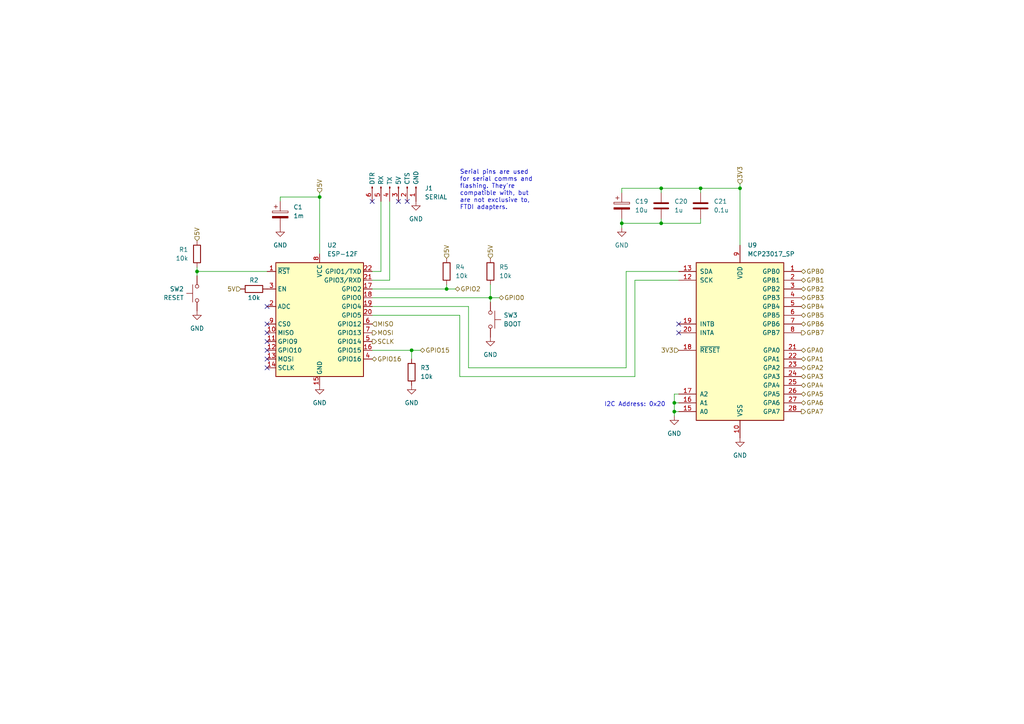
<source format=kicad_sch>
(kicad_sch (version 20230121) (generator eeschema)
  (paper "A4")
  (title_block (title "B1") (date "2024-02-15") (rev "1") (company "shawnd.xyz") (comment 2 "and support more peripherals without conflict.") (comment 3 "Wi-Fi networking. It's connected to an MCP23017 in order to expand the GPIO of the MCU") (comment 4 "The ESP-12F has an ESP8266 microprocessor and onboard antenna, and handles all"))
  (lib_symbols
    (symbol "Connector:Conn_01x06_Pin" (pin_names (offset 1.016))
      (property "Reference" "J1" (at 0 -10.16 90))
      (property "Value" "Conn_01x06_Pin" (at 2.54 -10.16 90))
      (symbol "Conn_01x06_Pin_1_1"
        (polyline (pts (xy 1.27 -7.62) (xy 0.8636 -7.62)) (stroke (width 0.1524)))
        (polyline (pts (xy 1.27 -5.08) (xy 0.8636 -5.08)) (stroke (width 0.1524)))
        (polyline (pts (xy 1.27 -2.54) (xy 0.8636 -2.54)) (stroke (width 0.1524)))
        (polyline (pts (xy 1.27 0) (xy 0.8636 0)) (stroke (width 0.1524)))
        (polyline (pts (xy 1.27 2.54) (xy 0.8636 2.54)) (stroke (width 0.1524)))
        (polyline (pts (xy 1.27 5.08) (xy 0.8636 5.08)) (stroke (width 0.1524)))
        (rectangle (start 1.27 -7.493) (end 0.8636 -7.747) (stroke (width 0.1524)) (fill (type outline)))
        (rectangle (start 1.27 -4.953) (end 0.8636 -5.207) (stroke (width 0.1524)) (fill (type outline)))
        (rectangle (start 1.27 -2.413) (end 0.8636 -2.667) (stroke (width 0.1524)) (fill (type outline)))
        (rectangle (start 1.27 0.127) (end 0.8636 -0.127) (stroke (width 0.1524)) (fill (type outline)))
        (rectangle (start 1.27 2.667) (end 0.8636 2.413) (stroke (width 0.1524)) (fill (type outline)))
        (rectangle (start 1.27 5.207) (end 0.8636 4.953) (stroke (width 0.1524)) (fill (type outline)))
        (pin passive line (at 5.08 5.08 180) (length 3.81) (name "GND") (number "1"))
        (pin passive line (at 5.08 2.54 180) (length 3.81) (name "CTS") (number "2"))
        (pin passive line (at 5.08 0 180) (length 3.81) (name "5V") (number "3"))
        (pin passive line (at 5.08 -2.54 180) (length 3.81) (name "TX") (number "4"))
        (pin passive line (at 5.08 -5.08 180) (length 3.81) (name "RX") (number "5"))
        (pin passive line (at 5.08 -7.62 180) (length 3.81) (name "DTR") (number "6"))
      )
    )
    (symbol "Device:C" (pin_numbers hide) (pin_names (offset 0.254))
      (property "Reference" "C" (at 0.635 2.54 0))
      (property "Value" "C" (at 0.635 -2.54 0))
      (symbol "C_0_1"
        (polyline (pts (xy -2.032 -0.762) (xy 2.032 -0.762)) (stroke (width 0.508)))
        (polyline (pts (xy -2.032 0.762) (xy 2.032 0.762)) (stroke (width 0.508)))
      )
      (symbol "C_1_1"
        (pin passive line (at 0 3.81 270) (length 2.794) (name "~") (number "1"))
        (pin passive line (at 0 -3.81 90) (length 2.794) (name "~") (number "2"))
      )
    )
    (symbol "Device:C_Polarized" (pin_numbers hide) (pin_names (offset 0.254))
      (property "Reference" "C" (at 0.635 2.54 0))
      (property "Value" "C_Polarized" (at 0.635 -2.54 0))
      (symbol "C_Polarized_0_1"
        (rectangle (start -2.286 0.508) (end 2.286 1.016))
        (polyline (pts (xy -1.778 2.286) (xy -0.762 2.286)))
        (polyline (pts (xy -1.27 2.794) (xy -1.27 1.778)))
        (rectangle (start 2.286 -0.508) (end -2.286 -1.016) (fill (type outline)))
      )
      (symbol "C_Polarized_1_1"
        (pin passive line (at 0 3.81 270) (length 2.794) (name "~") (number "1"))
        (pin passive line (at 0 -3.81 90) (length 2.794) (name "~") (number "2"))
      )
    )
    (symbol "Device:R" (pin_numbers hide) (pin_names (offset 0))
      (property "Reference" "R" (at 2.032 0 90))
      (property "Value" "R" (at 0 0 90))
      (symbol "R_0_1"
        (rectangle (start -1.016 -2.54) (end 1.016 2.54) (stroke (width 0.254)))
      )
      (symbol "R_1_1"
        (pin passive line (at 0 3.81 270) (length 1.27) (name "~") (number "1"))
        (pin passive line (at 0 -3.81 90) (length 1.27) (name "~") (number "2"))
      )
    )
    (symbol "Interface_Expansion:MCP23017_SP" (pin_names (offset 1.016))
      (property "Reference" "U" (at -11.43 24.13 0))
      (property "Value" "MCP23017_SP" (at 0 0 0))
      (symbol "MCP23017_SP_0_1"
        (rectangle (start -12.7 22.86) (end 12.7 -22.86) (stroke (width 0.254)) (fill (type background)))
      )
      (symbol "MCP23017_SP_1_1"
        (pin bidirectional line (at 17.78 20.32 180) (length 5.08) (name "GPB0") (number "1"))
        (pin power_in line (at 0 -27.94 90) (length 5.08) (name "VSS") (number "10"))
        (pin no_connect line (at -12.7 15.24 0) (length 5.08) hide (name "NC") (number "11"))
        (pin input line (at -17.78 17.78 0) (length 5.08) (name "SCK") (number "12"))
        (pin bidirectional line (at -17.78 20.32 0) (length 5.08) (name "SDA") (number "13"))
        (pin no_connect line (at -12.7 12.7 0) (length 5.08) hide (name "NC") (number "14"))
        (pin input line (at -17.78 -20.32 0) (length 5.08) (name "A0") (number "15"))
        (pin input line (at -17.78 -17.78 0) (length 5.08) (name "A1") (number "16"))
        (pin input line (at -17.78 -15.24 0) (length 5.08) (name "A2") (number "17"))
        (pin input line (at -17.78 -2.54 0) (length 5.08) (name "~{RESET}") (number "18"))
        (pin tri_state line (at -17.78 5.08 0) (length 5.08) (name "INTB") (number "19"))
        (pin bidirectional line (at 17.78 17.78 180) (length 5.08) (name "GPB1") (number "2"))
        (pin tri_state line (at -17.78 2.54 0) (length 5.08) (name "INTA") (number "20"))
        (pin bidirectional line (at 17.78 -2.54 180) (length 5.08) (name "GPA0") (number "21"))
        (pin bidirectional line (at 17.78 -5.08 180) (length 5.08) (name "GPA1") (number "22"))
        (pin bidirectional line (at 17.78 -7.62 180) (length 5.08) (name "GPA2") (number "23"))
        (pin bidirectional line (at 17.78 -10.16 180) (length 5.08) (name "GPA3") (number "24"))
        (pin bidirectional line (at 17.78 -12.7 180) (length 5.08) (name "GPA4") (number "25"))
        (pin bidirectional line (at 17.78 -15.24 180) (length 5.08) (name "GPA5") (number "26"))
        (pin bidirectional line (at 17.78 -17.78 180) (length 5.08) (name "GPA6") (number "27"))
        (pin bidirectional line (at 17.78 -20.32 180) (length 5.08) (name "GPA7") (number "28"))
        (pin bidirectional line (at 17.78 15.24 180) (length 5.08) (name "GPB2") (number "3"))
        (pin bidirectional line (at 17.78 12.7 180) (length 5.08) (name "GPB3") (number "4"))
        (pin bidirectional line (at 17.78 10.16 180) (length 5.08) (name "GPB4") (number "5"))
        (pin bidirectional line (at 17.78 7.62 180) (length 5.08) (name "GPB5") (number "6"))
        (pin bidirectional line (at 17.78 5.08 180) (length 5.08) (name "GPB6") (number "7"))
        (pin bidirectional line (at 17.78 2.54 180) (length 5.08) (name "GPB7") (number "8"))
        (pin power_in line (at 0 27.94 270) (length 5.08) (name "VDD") (number "9"))
      )
    )
    (symbol "RF_Module:ESP-12F"
      (property "Reference" "U6" (at 2.1941 22.86 0))
      (property "Value" "ESP-12F" (at 2.1941 20.32 0))
      (symbol "ESP-12F_0_1"
        (rectangle (start -12.7 17.78) (end 12.7 -15.24) (stroke (width 0.254)) (fill (type background)))
      )
      (symbol "ESP-12F_1_1"
        (pin input line (at -15.24 15.24 0) (length 2.54) (name "~{RST}") (number "1"))
        (pin bidirectional line (at -15.24 -2.54 0) (length 2.54) (name "MISO") (number "10"))
        (pin bidirectional line (at -15.24 -5.08 0) (length 2.54) (name "GPIO9") (number "11"))
        (pin bidirectional line (at -15.24 -7.62 0) (length 2.54) (name "GPIO10") (number "12"))
        (pin bidirectional line (at -15.24 -10.16 0) (length 2.54) (name "MOSI") (number "13"))
        (pin bidirectional line (at -15.24 -12.7 0) (length 2.54) (name "SCLK") (number "14"))
        (pin power_in line (at 0 -17.78 90) (length 2.54) (name "GND") (number "15"))
        (pin bidirectional line (at 15.24 -7.62 180) (length 2.54) (name "GPIO15") (number "16"))
        (pin bidirectional line (at 15.24 10.16 180) (length 2.54) (name "GPIO2") (number "17"))
        (pin bidirectional line (at 15.24 7.62 180) (length 2.54) (name "GPIO0") (number "18"))
        (pin bidirectional line (at 15.24 5.08 180) (length 2.54) (name "GPIO4") (number "19"))
        (pin input line (at -15.24 5.08 0) (length 2.54) (name "ADC") (number "2"))
        (pin bidirectional line (at 15.24 2.54 180) (length 2.54) (name "GPIO5") (number "20"))
        (pin bidirectional line (at 15.24 12.7 180) (length 2.54) (name "GPIO3/RXD") (number "21"))
        (pin bidirectional line (at 15.24 15.24 180) (length 2.54) (name "GPIO1/TXD") (number "22"))
        (pin input line (at -15.24 10.16 0) (length 2.54) (name "EN") (number "3"))
        (pin bidirectional line (at 15.24 -10.16 180) (length 2.54) (name "GPIO16") (number "4"))
        (pin bidirectional line (at 15.24 -5.08 180) (length 2.54) (name "GPIO14") (number "5"))
        (pin bidirectional line (at 15.24 0 180) (length 2.54) (name "GPIO12") (number "6"))
        (pin bidirectional line (at 15.24 -2.54 180) (length 2.54) (name "GPIO13") (number "7"))
        (pin power_in line (at 0 20.32 270) (length 2.54) (name "VCC") (number "8"))
        (pin input line (at -15.24 0 0) (length 2.54) (name "CS0") (number "9"))
      )
    )
    (symbol "Switch:SW_Push" (pin_numbers hide) (pin_names (offset 1.016) hide)
      (property "Reference" "SW" (at 1.27 2.54 0))
      (property "Value" "SW_Push" (at 0 -1.524 0))
      (symbol "SW_Push_0_1"
        (circle (center -2.032 0) (radius 0.508))
        (polyline (pts (xy 0 1.27) (xy 0 3.048)))
        (polyline (pts (xy 2.54 1.27) (xy -2.54 1.27)))
        (circle (center 2.032 0) (radius 0.508))
        (pin passive line (at -5.08 0 0) (length 2.54) (name "1") (number "1"))
        (pin passive line (at 5.08 0 180) (length 2.54) (name "2") (number "2"))
      )
    )
    (symbol "power:GND" (power) (pin_names (offset 0))
      (property "Value" "GND" (at 0 -3.81 0))
      (symbol "GND_0_1"
        (polyline (pts (xy 0 0) (xy 0 -1.27) (xy 1.27 -1.27) (xy 0 -2.54) (xy -1.27 -1.27) (xy 0 -1.27)))
      )
      (symbol "GND_1_1"
        (pin power_in line (at 0 0 270) (length 0) hide (name "GND") (number "1"))
      )
    )
  )
  (junction (at 191.77 64.77))
  (junction (at 191.77 54.61))
  (junction (at 119.38 101.6))
  (junction (at 195.58 116.84))
  (junction (at 129.54 83.82))
  (junction (at 142.24 86.36))
  (junction (at 180.34 64.77))
  (junction (at 203.2 54.61))
  (junction (at 214.63 54.61))
  (junction (at 92.71 57.15))
  (junction (at 195.58 119.38))
  (junction (at 57.15 78.74))
  (no_connect (at 77.47 99.06))
  (no_connect (at 196.85 96.52))
  (no_connect (at 77.47 93.98))
  (no_connect (at 77.47 104.14))
  (no_connect (at 77.47 88.9))
  (no_connect (at 118.11 58.42))
  (no_connect (at 77.47 96.52))
  (no_connect (at 77.47 106.68))
  (no_connect (at 107.95 58.42))
  (no_connect (at 196.85 93.98))
  (no_connect (at 77.47 101.6))
  (no_connect (at 115.57 58.42))
  (wire (pts (xy 191.77 64.77) (xy 203.2 64.77)))
  (wire (pts (xy 81.28 57.15) (xy 92.71 57.15)))
  (wire (pts (xy 81.28 57.15) (xy 81.28 58.42)))
  (wire (pts (xy 195.58 114.3) (xy 196.85 114.3)))
  (wire (pts (xy 92.71 57.15) (xy 92.71 73.66)))
  (wire (pts (xy 119.38 101.6) (xy 121.92 101.6)))
  (wire (pts (xy 181.61 78.74) (xy 196.85 78.74)))
  (wire (pts (xy 107.95 81.28) (xy 113.03 81.28)))
  (wire (pts (xy 107.95 91.44) (xy 133.35 91.44)))
  (wire (pts (xy 57.15 78.74) (xy 57.15 80.01)))
  (wire (pts (xy 142.24 86.36) (xy 144.78 86.36)))
  (wire (pts (xy 57.15 77.47) (xy 57.15 78.74)))
  (wire (pts (xy 203.2 54.61) (xy 203.2 55.88)))
  (wire (pts (xy 142.24 86.36) (xy 142.24 87.63)))
  (wire (pts (xy 180.34 66.04) (xy 180.34 64.77)))
  (wire (pts (xy 142.24 82.55) (xy 142.24 86.36)))
  (wire (pts (xy 195.58 116.84) (xy 196.85 116.84)))
  (wire (pts (xy 195.58 114.3) (xy 195.58 116.84)))
  (wire (pts (xy 133.35 91.44) (xy 133.35 109.22)))
  (wire (pts (xy 107.95 78.74) (xy 110.49 78.74)))
  (wire (pts (xy 135.89 88.9) (xy 135.89 106.68)))
  (wire (pts (xy 110.49 58.42) (xy 110.49 78.74)))
  (wire (pts (xy 181.61 106.68) (xy 181.61 78.74)))
  (wire (pts (xy 180.34 55.88) (xy 180.34 54.61)))
  (wire (pts (xy 203.2 54.61) (xy 191.77 54.61)))
  (wire (pts (xy 195.58 120.65) (xy 195.58 119.38)))
  (wire (pts (xy 214.63 54.61) (xy 203.2 54.61)))
  (wire (pts (xy 129.54 83.82) (xy 132.08 83.82)))
  (wire (pts (xy 191.77 64.77) (xy 191.77 63.5)))
  (wire (pts (xy 113.03 58.42) (xy 113.03 81.28)))
  (wire (pts (xy 57.15 78.74) (xy 77.47 78.74)))
  (wire (pts (xy 119.38 101.6) (xy 119.38 104.14)))
  (wire (pts (xy 107.95 101.6) (xy 119.38 101.6)))
  (wire (pts (xy 135.89 106.68) (xy 181.61 106.68)))
  (wire (pts (xy 191.77 54.61) (xy 191.77 55.88)))
  (wire (pts (xy 214.63 53.34) (xy 214.63 54.61)))
  (wire (pts (xy 107.95 86.36) (xy 142.24 86.36)))
  (wire (pts (xy 184.15 109.22) (xy 184.15 81.28)))
  (wire (pts (xy 195.58 116.84) (xy 195.58 119.38)))
  (wire (pts (xy 107.95 88.9) (xy 135.89 88.9)))
  (wire (pts (xy 180.34 63.5) (xy 180.34 64.77)))
  (wire (pts (xy 180.34 64.77) (xy 191.77 64.77)))
  (wire (pts (xy 203.2 64.77) (xy 203.2 63.5)))
  (wire (pts (xy 214.63 54.61) (xy 214.63 71.12)))
  (wire (pts (xy 180.34 54.61) (xy 191.77 54.61)))
  (wire (pts (xy 184.15 81.28) (xy 196.85 81.28)))
  (wire (pts (xy 129.54 83.82) (xy 129.54 82.55)))
  (wire (pts (xy 133.35 109.22) (xy 184.15 109.22)))
  (wire (pts (xy 107.95 83.82) (xy 129.54 83.82)))
  (wire (pts (xy 195.58 119.38) (xy 196.85 119.38)))
  (wire (pts (xy 92.71 55.88) (xy 92.71 57.15)))
  (text "Serial pins are used\nfor serial comms and\nflashing. They're\ncompatible with, but\nare not exclusive to,\nFTDI adapters." (at 133.35 60.96 0) (effects (font (size 1.27 1.27)) (justify left bottom)))
  (text "I2C Address: 0x20" (at 193.04 118.11 0) (effects (font (size 1.27 1.27)) (justify right bottom)))
  (hierarchical_label "3V3" (shape input) (at 196.85 101.6 180))
  (hierarchical_label "5V" (shape input) (at 92.71 55.88 90))
  (hierarchical_label "GPIO15" (shape bidirectional) (at 121.92 101.6 0))
  (hierarchical_label "GPA5" (shape bidirectional) (at 232.41 114.3 0))
  (hierarchical_label "GPA3" (shape bidirectional) (at 232.41 109.22 0))
  (hierarchical_label "GPB3" (shape bidirectional) (at 232.41 86.36 0))
  (hierarchical_label "GPB0" (shape bidirectional) (at 232.41 78.74 0))
  (hierarchical_label "GPIO0" (shape bidirectional) (at 144.78 86.36 0))
  (hierarchical_label "GPA6" (shape bidirectional) (at 232.41 116.84 0))
  (hierarchical_label "GPA0" (shape bidirectional) (at 232.41 101.6 0))
  (hierarchical_label "5V" (shape input) (at 57.15 69.85 90))
  (hierarchical_label "GPA4" (shape bidirectional) (at 232.41 111.76 0))
  (hierarchical_label "GPB7" (shape output) (at 232.41 96.52 0))
  (hierarchical_label "SCLK" (shape output) (at 107.95 99.06 0))
  (hierarchical_label "GPB1" (shape bidirectional) (at 232.41 81.28 0))
  (hierarchical_label "GPIO16" (shape bidirectional) (at 107.95 104.14 0))
  (hierarchical_label "GPB5" (shape bidirectional) (at 232.41 91.44 0))
  (hierarchical_label "5V" (shape input) (at 142.24 74.93 90))
  (hierarchical_label "5V" (shape input) (at 69.85 83.82 180))
  (hierarchical_label "3V3" (shape input) (at 214.63 53.34 90))
  (hierarchical_label "MISO" (shape input) (at 107.95 93.98 0))
  (hierarchical_label "GPB4" (shape bidirectional) (at 232.41 88.9 0))
  (hierarchical_label "GPB6" (shape bidirectional) (at 232.41 93.98 0))
  (hierarchical_label "GPB2" (shape bidirectional) (at 232.41 83.82 0))
  (hierarchical_label "GPA7" (shape output) (at 232.41 119.38 0))
  (hierarchical_label "GPIO2" (shape bidirectional) (at 132.08 83.82 0))
  (hierarchical_label "GPA2" (shape bidirectional) (at 232.41 106.68 0))
  (hierarchical_label "MOSI" (shape output) (at 107.95 96.52 0))
  (hierarchical_label "GPA1" (shape bidirectional) (at 232.41 104.14 0))
  (hierarchical_label "5V" (shape input) (at 129.54 74.93 90))
  (symbol (lib_id "Device:R") (at 73.66 83.82 90) (unit 1)
    (property "Reference" "R2" (at 73.66 81.28 90))
    (property "Value" "10k" (at 73.66 86.36 90))
  )
  (symbol (lib_id "Device:C") (at 191.77 59.69 0) (unit 1)
    (property "Reference" "C20" (at 195.58 58.42 0) (effects (justify left)))
    (property "Value" "1u" (at 195.58 60.96 0) (effects (justify left)))
  )
  (symbol (lib_id "Device:R") (at 57.15 73.66 180) (unit 1)
    (property "Reference" "R1" (at 54.61 72.39 0) (effects (justify left)))
    (property "Value" "10k" (at 54.61 74.93 0) (effects (justify left)))
  )
  (symbol (lib_id "Connector:Conn_01x06_Pin") (at 115.57 53.34 270) (unit 1)
    (property "Reference" "J1" (at 123.19 54.61 90) (effects (justify left)))
    (property "Value" "SERIAL" (at 123.19 57.15 90) (effects (justify left)))
  )
  (symbol (lib_id "power:GND") (at 119.38 111.76 0) (unit 1)
    (property "Reference" "#PWR04" (effects hide))
    (property "Value" "GND" (at 119.38 116.84 0))
  )
  (symbol (lib_id "power:GND") (at 81.28 66.04 0) (unit 1)
    (property "Reference" "#PWR02" (effects hide))
    (property "Value" "GND" (at 81.28 71.12 0))
  )
  (symbol (lib_id "power:GND") (at 214.63 127 0) (unit 1)
    (property "Reference" "#PWR030" (effects hide))
    (property "Value" "GND" (at 214.63 132.08 0))
  )
  (symbol (lib_id "Device:R") (at 119.38 107.95 0) (mirror y) (unit 1)
    (property "Reference" "R3" (at 121.92 106.68 0) (effects (justify right)))
    (property "Value" "10k" (at 121.92 109.22 0) (effects (justify right)))
  )
  (symbol (lib_id "Device:R") (at 142.24 78.74 0) (unit 1)
    (property "Reference" "R5" (at 144.78 77.47 0) (effects (justify left)))
    (property "Value" "10k" (at 144.78 80.01 0) (effects (justify left)))
  )
  (symbol (lib_id "power:GND") (at 142.24 97.79 0) (unit 1)
    (property "Reference" "#PWR06" (effects hide))
    (property "Value" "GND" (at 142.24 102.87 0))
  )
  (symbol (lib_id "Device:C_Polarized") (at 180.34 59.69 0) (unit 1)
    (property "Reference" "C19" (at 184.15 58.42 0) (effects (justify left)))
    (property "Value" "10u" (at 184.15 60.96 0) (effects (justify left)))
  )
  (symbol (lib_id "Switch:SW_Push") (at 57.15 85.09 90) (unit 1)
    (property "Reference" "SW2" (at 53.34 83.82 90) (effects (justify left)))
    (property "Value" "RESET" (at 53.34 86.36 90) (effects (justify left)))
  )
  (symbol (lib_id "power:GND") (at 180.34 66.04 0) (unit 1)
    (property "Reference" "#PWR031" (effects hide))
    (property "Value" "GND" (at 180.34 71.12 0))
  )
  (symbol (lib_id "power:GND") (at 195.58 120.65 0) (unit 1)
    (property "Reference" "#PWR032" (effects hide))
    (property "Value" "GND" (at 195.58 125.73 0))
  )
  (symbol (lib_id "power:GND") (at 57.15 90.17 0) (unit 1)
    (property "Reference" "#PWR01" (effects hide))
    (property "Value" "GND" (at 57.15 95.25 0))
  )
  (symbol (lib_id "power:GND") (at 120.65 58.42 0) (unit 1)
    (property "Reference" "#PWR05" (effects hide))
    (property "Value" "GND" (at 120.65 63.5 0))
  )
  (symbol (lib_id "Device:R") (at 129.54 78.74 180) (unit 1)
    (property "Reference" "R4" (at 132.08 77.47 0) (effects (justify right)))
    (property "Value" "10k" (at 132.08 80.01 0) (effects (justify right)))
  )
  (symbol (lib_id "Device:C") (at 203.2 59.69 0) (unit 1)
    (property "Reference" "C21" (at 207.01 58.42 0) (effects (justify left)))
    (property "Value" "0.1u" (at 207.01 60.96 0) (effects (justify left)))
  )
  (symbol (lib_id "RF_Module:ESP-12F") (at 92.71 93.98 0) (unit 1)
    (property "Reference" "U2" (at 94.9041 71.12 0) (effects (justify left)))
    (property "Value" "ESP-12F" (at 94.9041 73.66 0) (effects (justify left)))
    (property "Footprint" "RF_Module:ESP-12E" (effects hide))
    (property "Datasheet" "http://wiki.ai-thinker.com/_media/esp8266/esp8266_series_modules_user_manual_v1.1.pdf" (effects hide))
  )
  (symbol (lib_id "Device:C_Polarized") (at 81.28 62.23 0) (unit 1)
    (property "Reference" "C1" (at 85.09 60.071 0) (effects (justify left)))
    (property "Value" "1m" (at 85.09 62.611 0) (effects (justify left)))
  )
  (symbol (lib_id "Interface_Expansion:MCP23017_SP") (at 214.63 99.06 0) (unit 1)
    (property "Reference" "U9" (at 216.8241 71.12 0) (effects (justify left)))
    (property "Value" "MCP23017_SP" (at 216.8241 73.66 0) (effects (justify left)))
    (property "Footprint" "Package_DIP:DIP-28_W7.62mm" (effects hide))
    (property "Datasheet" "http://ww1.microchip.com/downloads/en/DeviceDoc/20001952C.pdf" (effects hide))
  )
  (symbol (lib_id "Switch:SW_Push") (at 142.24 92.71 270) (mirror x) (unit 1)
    (property "Reference" "SW3" (at 146.05 91.44 90) (effects (justify left)))
    (property "Value" "BOOT" (at 146.05 93.98 90) (effects (justify left)))
  )
  (symbol (lib_id "power:GND") (at 92.71 111.76 0) (unit 1)
    (property "Reference" "#PWR03" (effects hide))
    (property "Value" "GND" (at 92.71 116.84 0))
  )
)
</source>
